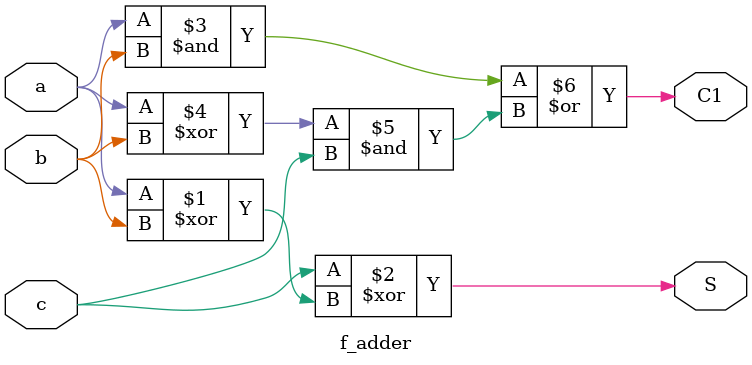
<source format=sv>
module f_adder(
    input logic a,
    input logic b,
    input logic c,
    output logic S,
    output logic C1
    );
    assign S = (c^(a^b));
    assign C1 = (a&b)|((a^b)&c);
endmodule

</source>
